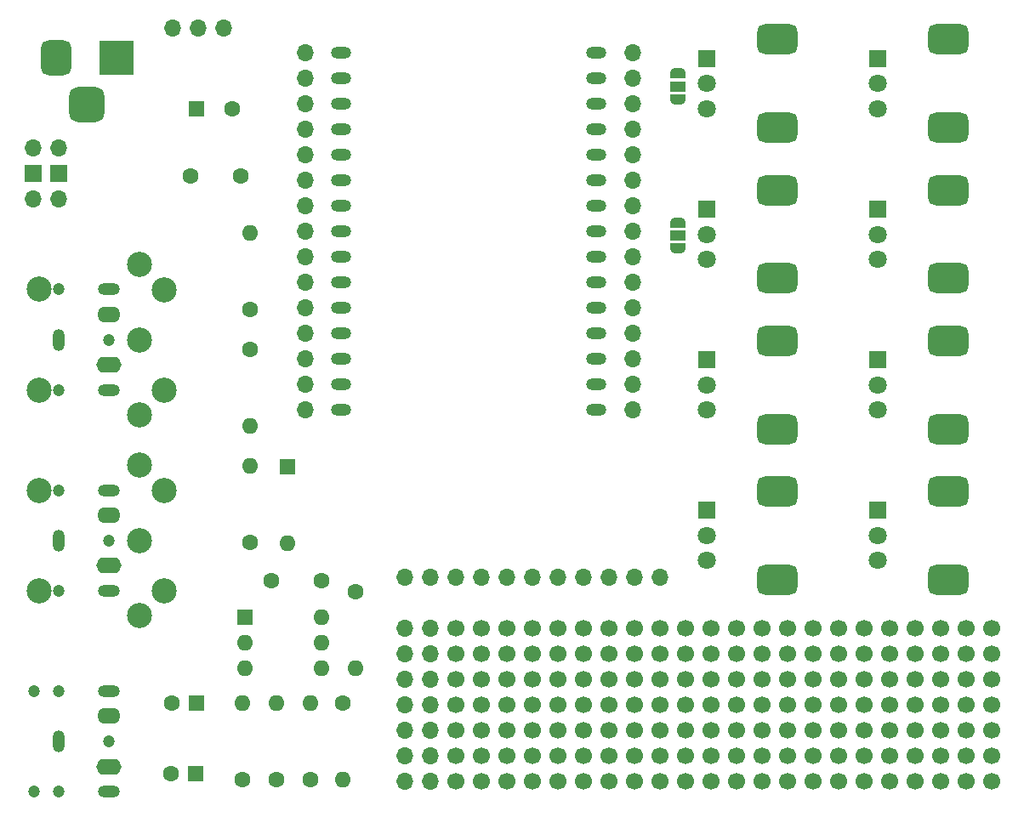
<source format=gbr>
%TF.GenerationSoftware,KiCad,Pcbnew,8.0.5*%
%TF.CreationDate,2024-11-21T14:48:29+00:00*%
%TF.ProjectId,ESP32MozziExperimenterShield,45535033-324d-46f7-9a7a-694578706572,rev?*%
%TF.SameCoordinates,Original*%
%TF.FileFunction,Soldermask,Bot*%
%TF.FilePolarity,Negative*%
%FSLAX46Y46*%
G04 Gerber Fmt 4.6, Leading zero omitted, Abs format (unit mm)*
G04 Created by KiCad (PCBNEW 8.0.5) date 2024-11-21 14:48:29*
%MOMM*%
%LPD*%
G01*
G04 APERTURE LIST*
G04 Aperture macros list*
%AMRoundRect*
0 Rectangle with rounded corners*
0 $1 Rounding radius*
0 $2 $3 $4 $5 $6 $7 $8 $9 X,Y pos of 4 corners*
0 Add a 4 corners polygon primitive as box body*
4,1,4,$2,$3,$4,$5,$6,$7,$8,$9,$2,$3,0*
0 Add four circle primitives for the rounded corners*
1,1,$1+$1,$2,$3*
1,1,$1+$1,$4,$5*
1,1,$1+$1,$6,$7*
1,1,$1+$1,$8,$9*
0 Add four rect primitives between the rounded corners*
20,1,$1+$1,$2,$3,$4,$5,0*
20,1,$1+$1,$4,$5,$6,$7,0*
20,1,$1+$1,$6,$7,$8,$9,0*
20,1,$1+$1,$8,$9,$2,$3,0*%
%AMFreePoly0*
4,1,19,0.550000,-0.750000,0.000000,-0.750000,0.000000,-0.744911,-0.071157,-0.744911,-0.207708,-0.704816,-0.327430,-0.627875,-0.420627,-0.520320,-0.479746,-0.390866,-0.500000,-0.250000,-0.500000,0.250000,-0.479746,0.390866,-0.420627,0.520320,-0.327430,0.627875,-0.207708,0.704816,-0.071157,0.744911,0.000000,0.744911,0.000000,0.750000,0.550000,0.750000,0.550000,-0.750000,0.550000,-0.750000,
$1*%
%AMFreePoly1*
4,1,19,0.000000,0.744911,0.071157,0.744911,0.207708,0.704816,0.327430,0.627875,0.420627,0.520320,0.479746,0.390866,0.500000,0.250000,0.500000,-0.250000,0.479746,-0.390866,0.420627,-0.520320,0.327430,-0.627875,0.207708,-0.704816,0.071157,-0.744911,0.000000,-0.744911,0.000000,-0.750000,-0.550000,-0.750000,-0.550000,0.750000,0.000000,0.750000,0.000000,0.744911,0.000000,0.744911,
$1*%
G04 Aperture macros list end*
%ADD10C,1.700000*%
%ADD11R,1.800000X1.800000*%
%ADD12C,1.800000*%
%ADD13RoundRect,0.750000X-1.250000X-0.750000X1.250000X-0.750000X1.250000X0.750000X-1.250000X0.750000X0*%
%ADD14C,2.499360*%
%ADD15C,1.600000*%
%ADD16O,1.600000X1.600000*%
%ADD17R,1.600000X1.600000*%
%ADD18C,1.200000*%
%ADD19O,2.200000X1.200000*%
%ADD20O,2.300000X1.600000*%
%ADD21O,1.200000X2.200000*%
%ADD22O,2.500000X1.600000*%
%ADD23O,1.700000X1.700000*%
%ADD24O,2.000000X1.200000*%
%ADD25R,3.500000X3.500000*%
%ADD26RoundRect,0.750000X-0.750000X-1.000000X0.750000X-1.000000X0.750000X1.000000X-0.750000X1.000000X0*%
%ADD27RoundRect,0.875000X-0.875000X-0.875000X0.875000X-0.875000X0.875000X0.875000X-0.875000X0.875000X0*%
%ADD28R,1.700000X1.700000*%
%ADD29FreePoly0,270.000000*%
%ADD30R,1.500000X1.000000*%
%ADD31FreePoly1,270.000000*%
G04 APERTURE END LIST*
D10*
%TO.C,*%
X96520000Y-121920000D03*
%TD*%
%TO.C,*%
X144780000Y-111760000D03*
%TD*%
D11*
%TO.C,RV8*%
X136000000Y-100000000D03*
D12*
X136000000Y-102500000D03*
X136000000Y-105000000D03*
D13*
X143000000Y-98100000D03*
X143000000Y-106900000D03*
%TD*%
D10*
%TO.C,*%
X99060000Y-114300000D03*
%TD*%
%TO.C,*%
X111760000Y-121920000D03*
%TD*%
%TO.C,*%
X147320000Y-124460000D03*
%TD*%
%TO.C,*%
X124460000Y-114300000D03*
%TD*%
%TO.C,*%
X119380000Y-124460000D03*
%TD*%
%TO.C,*%
X121920000Y-111760000D03*
%TD*%
%TO.C,*%
X106680000Y-127000000D03*
%TD*%
%TO.C,*%
X142240000Y-127000000D03*
%TD*%
D14*
%TO.C,J8*%
X52502300Y-97998740D03*
X52502300Y-108001260D03*
X62497200Y-110498080D03*
X62499740Y-103000000D03*
X62497200Y-95501920D03*
X64999100Y-107996180D03*
X64999100Y-98003820D03*
%TD*%
D10*
%TO.C,*%
X137160000Y-124460000D03*
%TD*%
%TO.C,*%
X119380000Y-116840000D03*
%TD*%
%TO.C,*%
X144780000Y-116840000D03*
%TD*%
%TO.C,*%
X147320000Y-116840000D03*
%TD*%
%TO.C,*%
X139700000Y-124460000D03*
%TD*%
%TO.C,*%
X119380000Y-114300000D03*
%TD*%
%TO.C,*%
X109220000Y-116840000D03*
%TD*%
%TO.C,*%
X127000000Y-111760000D03*
%TD*%
%TO.C,*%
X106680000Y-124460000D03*
%TD*%
%TO.C,*%
X109220000Y-121920000D03*
%TD*%
D15*
%TO.C,R7*%
X82710000Y-119230000D03*
D16*
X82710000Y-126850000D03*
%TD*%
D17*
%TO.C,D2*%
X77220000Y-95650000D03*
D16*
X77220000Y-103270000D03*
%TD*%
D10*
%TO.C,*%
X147320000Y-121920000D03*
%TD*%
%TO.C,*%
X93980000Y-121920000D03*
%TD*%
%TO.C,*%
X124460000Y-116840000D03*
%TD*%
D15*
%TO.C,R2*%
X72710000Y-126830000D03*
D16*
X72710000Y-119210000D03*
%TD*%
D10*
%TO.C,*%
X116840000Y-114300000D03*
%TD*%
%TO.C,*%
X139700000Y-127000000D03*
%TD*%
D11*
%TO.C,RV3*%
X119000000Y-85000000D03*
D12*
X119000000Y-87500000D03*
X119000000Y-90000000D03*
D13*
X126000000Y-83100000D03*
X126000000Y-91900000D03*
%TD*%
D11*
%TO.C,RV4*%
X119000000Y-100000000D03*
D12*
X119000000Y-102500000D03*
X119000000Y-105000000D03*
D13*
X126000000Y-98100000D03*
X126000000Y-106900000D03*
%TD*%
D10*
%TO.C,*%
X134620000Y-127000000D03*
%TD*%
%TO.C,*%
X121920000Y-124460000D03*
%TD*%
%TO.C,*%
X116840000Y-111760000D03*
%TD*%
%TO.C,*%
X119380000Y-121920000D03*
%TD*%
%TO.C,*%
X104140000Y-116840000D03*
%TD*%
%TO.C,*%
X134620000Y-116840000D03*
%TD*%
%TO.C,*%
X96520000Y-119380000D03*
%TD*%
%TO.C,*%
X121920000Y-114300000D03*
%TD*%
%TO.C,*%
X101600000Y-119380000D03*
%TD*%
D17*
%TO.C,C4*%
X68210000Y-60050000D03*
D15*
X71710000Y-60050000D03*
%TD*%
D10*
%TO.C,*%
X137160000Y-116840000D03*
%TD*%
%TO.C,*%
X109220000Y-124460000D03*
%TD*%
%TO.C,*%
X144780000Y-114300000D03*
%TD*%
%TO.C,*%
X142240000Y-121920000D03*
%TD*%
D18*
%TO.C,J6*%
X54500000Y-98000000D03*
X52000000Y-98000000D03*
X59500000Y-103000000D03*
X54500000Y-108000000D03*
X52000000Y-108000000D03*
D19*
X59500000Y-98000000D03*
D20*
X59500000Y-100500000D03*
D21*
X54500000Y-103000000D03*
D19*
X59500000Y-108000000D03*
D22*
X59500000Y-105500000D03*
%TD*%
D23*
%TO.C,J10*%
X91440000Y-111760000D03*
X91440000Y-114300000D03*
X91440000Y-116840000D03*
X91440000Y-119380000D03*
X91440000Y-121920000D03*
X91440000Y-124460000D03*
X91440000Y-127000000D03*
%TD*%
D10*
%TO.C,*%
X116840000Y-116840000D03*
%TD*%
D15*
%TO.C,R9*%
X73500000Y-80000000D03*
D16*
X73500000Y-72380000D03*
%TD*%
D10*
%TO.C,*%
X121920000Y-116840000D03*
%TD*%
%TO.C,*%
X119380000Y-119380000D03*
%TD*%
%TO.C,*%
X147320000Y-114300000D03*
%TD*%
D24*
%TO.C,U1*%
X108000000Y-90000000D03*
X108000000Y-87460000D03*
X108000000Y-84920000D03*
X108000000Y-82380000D03*
X108000000Y-79840000D03*
X108000000Y-77300000D03*
X108000000Y-74760000D03*
X108000000Y-72220000D03*
X108000000Y-69680000D03*
X108000000Y-67140000D03*
X108000000Y-64600000D03*
X108000000Y-62060000D03*
X108000000Y-59520000D03*
X108000000Y-56980000D03*
X108000000Y-54440000D03*
X82600000Y-54440000D03*
X82600000Y-56980000D03*
X82600000Y-59520000D03*
X82600000Y-62060000D03*
X82600000Y-64600000D03*
X82600000Y-67140000D03*
X82600000Y-69680000D03*
X82600000Y-72220000D03*
X82600000Y-74760000D03*
X82600000Y-77300000D03*
X82600000Y-79840000D03*
X82600000Y-82380000D03*
X82600000Y-84920000D03*
X82600000Y-87460000D03*
X82600000Y-90000000D03*
%TD*%
D15*
%TO.C,R6*%
X79500000Y-126840000D03*
D16*
X79500000Y-119220000D03*
%TD*%
D18*
%TO.C,J5*%
X54500000Y-118000000D03*
X52000000Y-118000000D03*
X59500000Y-123000000D03*
X54500000Y-128000000D03*
X52000000Y-128000000D03*
D19*
X59500000Y-118000000D03*
D20*
X59500000Y-120500000D03*
D21*
X54500000Y-123000000D03*
D19*
X59500000Y-128000000D03*
D22*
X59500000Y-125500000D03*
%TD*%
D10*
%TO.C,*%
X106680000Y-121920000D03*
%TD*%
%TO.C,*%
X99060000Y-121920000D03*
%TD*%
D18*
%TO.C,J7*%
X54500000Y-78000000D03*
X52000000Y-78000000D03*
X59500000Y-83000000D03*
X54500000Y-88000000D03*
X52000000Y-88000000D03*
D19*
X59500000Y-78000000D03*
D20*
X59500000Y-80500000D03*
D21*
X54500000Y-83000000D03*
D19*
X59500000Y-88000000D03*
D22*
X59500000Y-85500000D03*
%TD*%
D10*
%TO.C,*%
X99060000Y-111760000D03*
%TD*%
D15*
%TO.C,R10*%
X73500000Y-84000000D03*
D16*
X73500000Y-91620000D03*
%TD*%
D10*
%TO.C,*%
X124460000Y-124460000D03*
%TD*%
D25*
%TO.C,J3*%
X60220000Y-54922500D03*
D26*
X54220000Y-54922500D03*
D27*
X57220000Y-59622500D03*
%TD*%
D10*
%TO.C,*%
X96520000Y-114300000D03*
%TD*%
%TO.C,*%
X93980000Y-119380000D03*
%TD*%
%TO.C,*%
X127000000Y-121920000D03*
%TD*%
%TO.C,*%
X116840000Y-127000000D03*
%TD*%
%TO.C,*%
X132080000Y-127000000D03*
%TD*%
D23*
%TO.C,J13*%
X114300000Y-106680000D03*
X111760000Y-106680000D03*
X109220000Y-106680000D03*
X106680000Y-106680000D03*
X104140000Y-106680000D03*
X101600000Y-106680000D03*
X99060000Y-106680000D03*
X96520000Y-106680000D03*
X93980000Y-106680000D03*
X91440000Y-106680000D03*
X88900000Y-106680000D03*
%TD*%
D10*
%TO.C,*%
X139700000Y-114300000D03*
%TD*%
%TO.C,*%
X96520000Y-127000000D03*
%TD*%
%TO.C,*%
X93980000Y-111760000D03*
%TD*%
%TO.C,*%
X137160000Y-121920000D03*
%TD*%
%TO.C,*%
X142240000Y-116840000D03*
%TD*%
D11*
%TO.C,RV7*%
X136000000Y-85000000D03*
D12*
X136000000Y-87500000D03*
X136000000Y-90000000D03*
D13*
X143000000Y-83100000D03*
X143000000Y-91900000D03*
%TD*%
D10*
%TO.C,*%
X142240000Y-119380000D03*
%TD*%
%TO.C,*%
X111760000Y-119380000D03*
%TD*%
%TO.C,*%
X109220000Y-119380000D03*
%TD*%
%TO.C,*%
X124460000Y-127000000D03*
%TD*%
%TO.C,*%
X127000000Y-124460000D03*
%TD*%
%TO.C,*%
X93980000Y-116840000D03*
%TD*%
D15*
%TO.C,C6*%
X80600000Y-107030000D03*
X75600000Y-107030000D03*
%TD*%
D10*
%TO.C,*%
X124460000Y-121920000D03*
%TD*%
D11*
%TO.C,RV6*%
X136000000Y-70000000D03*
D12*
X136000000Y-72500000D03*
X136000000Y-75000000D03*
D13*
X143000000Y-68100000D03*
X143000000Y-76900000D03*
%TD*%
D10*
%TO.C,*%
X109220000Y-114300000D03*
%TD*%
%TO.C,*%
X137160000Y-119380000D03*
%TD*%
%TO.C,*%
X116840000Y-119380000D03*
%TD*%
%TO.C,*%
X147320000Y-119380000D03*
%TD*%
%TO.C,*%
X129540000Y-121920000D03*
%TD*%
%TO.C,*%
X101600000Y-116840000D03*
%TD*%
%TO.C,*%
X101600000Y-121920000D03*
%TD*%
%TO.C,*%
X139700000Y-116840000D03*
%TD*%
%TO.C,*%
X119380000Y-111760000D03*
%TD*%
%TO.C,*%
X104140000Y-119380000D03*
%TD*%
%TO.C,*%
X139700000Y-119380000D03*
%TD*%
%TO.C,*%
X96520000Y-124460000D03*
%TD*%
%TO.C,*%
X129540000Y-124460000D03*
%TD*%
%TO.C,*%
X101600000Y-111760000D03*
%TD*%
D15*
%TO.C,R11*%
X84000000Y-108080000D03*
D16*
X84000000Y-115700000D03*
%TD*%
D10*
%TO.C,*%
X101600000Y-114300000D03*
%TD*%
%TO.C,*%
X106680000Y-119380000D03*
%TD*%
%TO.C,*%
X129540000Y-116840000D03*
%TD*%
%TO.C,*%
X127000000Y-119380000D03*
%TD*%
%TO.C,*%
X142240000Y-111760000D03*
%TD*%
%TO.C,*%
X132080000Y-116840000D03*
%TD*%
%TO.C,*%
X139700000Y-111760000D03*
%TD*%
%TO.C,*%
X106680000Y-111760000D03*
%TD*%
%TO.C,*%
X114300000Y-111760000D03*
%TD*%
%TO.C,*%
X101600000Y-124460000D03*
%TD*%
%TO.C,*%
X104140000Y-124460000D03*
%TD*%
%TO.C,*%
X111760000Y-116840000D03*
%TD*%
D23*
%TO.C,J2*%
X79000000Y-90000000D03*
X79000000Y-87460000D03*
X79000000Y-84920000D03*
X79000000Y-82380000D03*
X79000000Y-79840000D03*
X79000000Y-77300000D03*
X79000000Y-74760000D03*
X79000000Y-72220000D03*
X79000000Y-69680000D03*
X79000000Y-67140000D03*
X79000000Y-64600000D03*
X79000000Y-62060000D03*
X79000000Y-59520000D03*
X79000000Y-56980000D03*
X79000000Y-54440000D03*
%TD*%
D10*
%TO.C,*%
X121920000Y-121920000D03*
%TD*%
%TO.C,*%
X144780000Y-124460000D03*
%TD*%
D17*
%TO.C,C3*%
X68127626Y-126180000D03*
D15*
X65627626Y-126180000D03*
%TD*%
D10*
%TO.C,*%
X111760000Y-111760000D03*
%TD*%
%TO.C,*%
X134620000Y-121920000D03*
%TD*%
%TO.C,*%
X106680000Y-114300000D03*
%TD*%
%TO.C,*%
X114300000Y-119380000D03*
%TD*%
%TO.C,*%
X132080000Y-119380000D03*
%TD*%
%TO.C,*%
X132080000Y-111760000D03*
%TD*%
D11*
%TO.C,RV5*%
X136000000Y-55000000D03*
D12*
X136000000Y-57500000D03*
X136000000Y-60000000D03*
D13*
X143000000Y-53100000D03*
X143000000Y-61900000D03*
%TD*%
D17*
%TO.C,U2*%
X72980000Y-110640000D03*
D16*
X72980000Y-113180000D03*
X72980000Y-115720000D03*
X80600000Y-115720000D03*
X80600000Y-113180000D03*
X80600000Y-110640000D03*
%TD*%
D23*
%TO.C,J12*%
X54440000Y-69000000D03*
D28*
X54440000Y-66460000D03*
D23*
X54440000Y-63920000D03*
%TD*%
D10*
%TO.C,*%
X129540000Y-114300000D03*
%TD*%
%TO.C,*%
X144780000Y-127000000D03*
%TD*%
%TO.C,*%
X99060000Y-124460000D03*
%TD*%
%TO.C,*%
X114300000Y-121920000D03*
%TD*%
%TO.C,*%
X111760000Y-127000000D03*
%TD*%
%TO.C,*%
X109220000Y-127000000D03*
%TD*%
%TO.C,*%
X142240000Y-114300000D03*
%TD*%
%TO.C,*%
X96520000Y-111760000D03*
%TD*%
%TO.C,*%
X139700000Y-121920000D03*
%TD*%
D15*
%TO.C,R1*%
X76150000Y-126840000D03*
D16*
X76150000Y-119220000D03*
%TD*%
D10*
%TO.C,*%
X119380000Y-127000000D03*
%TD*%
%TO.C,*%
X101600000Y-127000000D03*
%TD*%
%TO.C,*%
X124460000Y-119380000D03*
%TD*%
%TO.C,*%
X93980000Y-114300000D03*
%TD*%
D15*
%TO.C,R8*%
X73500000Y-103220000D03*
D16*
X73500000Y-95600000D03*
%TD*%
D10*
%TO.C,*%
X147320000Y-127000000D03*
%TD*%
%TO.C,*%
X137160000Y-111760000D03*
%TD*%
%TO.C,*%
X144780000Y-121920000D03*
%TD*%
%TO.C,*%
X132080000Y-124460000D03*
%TD*%
D23*
%TO.C,SW1*%
X65820000Y-51970000D03*
X68360000Y-51970000D03*
X70900000Y-51970000D03*
%TD*%
D10*
%TO.C,*%
X104140000Y-121920000D03*
%TD*%
%TO.C,*%
X109220000Y-111760000D03*
%TD*%
%TO.C,*%
X121920000Y-127000000D03*
%TD*%
D15*
%TO.C,C5*%
X67580000Y-66720000D03*
X72580000Y-66720000D03*
%TD*%
D10*
%TO.C,*%
X129540000Y-111760000D03*
%TD*%
%TO.C,*%
X132080000Y-114300000D03*
%TD*%
%TO.C,*%
X127000000Y-114300000D03*
%TD*%
%TO.C,*%
X104140000Y-127000000D03*
%TD*%
D23*
%TO.C,J1*%
X111580000Y-90000000D03*
X111580000Y-87460000D03*
X111580000Y-84920000D03*
X111580000Y-82380000D03*
X111580000Y-79840000D03*
X111580000Y-77300000D03*
X111580000Y-74760000D03*
X111580000Y-72220000D03*
X111580000Y-69680000D03*
X111580000Y-67140000D03*
X111580000Y-64600000D03*
X111580000Y-62060000D03*
X111580000Y-59520000D03*
X111580000Y-56980000D03*
X111580000Y-54440000D03*
%TD*%
D14*
%TO.C,J9*%
X52502300Y-77998740D03*
X52502300Y-88001260D03*
X62497200Y-90498080D03*
X62499740Y-83000000D03*
X62497200Y-75501920D03*
X64999100Y-87996180D03*
X64999100Y-78003820D03*
%TD*%
D10*
%TO.C,*%
X99060000Y-127000000D03*
%TD*%
%TO.C,*%
X93980000Y-127000000D03*
%TD*%
%TO.C,*%
X134620000Y-124460000D03*
%TD*%
%TO.C,*%
X129540000Y-119380000D03*
%TD*%
%TO.C,*%
X106680000Y-116840000D03*
%TD*%
%TO.C,*%
X121920000Y-119380000D03*
%TD*%
%TO.C,*%
X127000000Y-116840000D03*
%TD*%
D23*
%TO.C,J4*%
X88900000Y-111760000D03*
X88900000Y-114300000D03*
X88900000Y-116840000D03*
X88900000Y-119380000D03*
X88900000Y-121920000D03*
X88900000Y-124460000D03*
X88900000Y-127000000D03*
%TD*%
D10*
%TO.C,*%
X104140000Y-111760000D03*
%TD*%
%TO.C,*%
X144780000Y-119380000D03*
%TD*%
D17*
%TO.C,C1*%
X68207626Y-119160000D03*
D15*
X65707626Y-119160000D03*
%TD*%
D10*
%TO.C,*%
X147320000Y-111760000D03*
%TD*%
%TO.C,*%
X132080000Y-121920000D03*
%TD*%
D11*
%TO.C,RV1*%
X119000000Y-55000000D03*
D12*
X119000000Y-57500000D03*
X119000000Y-60000000D03*
D13*
X126000000Y-53100000D03*
X126000000Y-61900000D03*
%TD*%
D10*
%TO.C,*%
X111760000Y-114300000D03*
%TD*%
%TO.C,*%
X116840000Y-124460000D03*
%TD*%
%TO.C,*%
X142240000Y-124460000D03*
%TD*%
%TO.C,*%
X96520000Y-116840000D03*
%TD*%
%TO.C,*%
X93980000Y-124460000D03*
%TD*%
%TO.C,*%
X104140000Y-114300000D03*
%TD*%
%TO.C,*%
X134620000Y-111760000D03*
%TD*%
%TO.C,*%
X137160000Y-114300000D03*
%TD*%
%TO.C,*%
X134620000Y-119380000D03*
%TD*%
D23*
%TO.C,J11*%
X51900000Y-69000000D03*
D28*
X51900000Y-66460000D03*
D23*
X51900000Y-63920000D03*
%TD*%
D10*
%TO.C,*%
X134620000Y-114300000D03*
%TD*%
%TO.C,*%
X127000000Y-127000000D03*
%TD*%
%TO.C,*%
X99060000Y-116840000D03*
%TD*%
%TO.C,*%
X114300000Y-114300000D03*
%TD*%
%TO.C,*%
X99060000Y-119380000D03*
%TD*%
%TO.C,*%
X114300000Y-116840000D03*
%TD*%
%TO.C,*%
X129540000Y-127000000D03*
%TD*%
D11*
%TO.C,RV2*%
X119000000Y-70000000D03*
D12*
X119000000Y-72500000D03*
X119000000Y-75000000D03*
D13*
X126000000Y-68100000D03*
X126000000Y-76900000D03*
%TD*%
D10*
%TO.C,*%
X114300000Y-124460000D03*
%TD*%
%TO.C,*%
X137160000Y-127000000D03*
%TD*%
%TO.C,*%
X124460000Y-111760000D03*
%TD*%
%TO.C,*%
X111760000Y-124460000D03*
%TD*%
%TO.C,*%
X114300000Y-127000000D03*
%TD*%
%TO.C,*%
X116840000Y-121920000D03*
%TD*%
D29*
%TO.C,JP1*%
X116100000Y-71330000D03*
D30*
X116100000Y-72630000D03*
D31*
X116100000Y-73930000D03*
%TD*%
D29*
%TO.C,JP2*%
X116100000Y-56490000D03*
D30*
X116100000Y-57790000D03*
D31*
X116100000Y-59090000D03*
%TD*%
M02*

</source>
